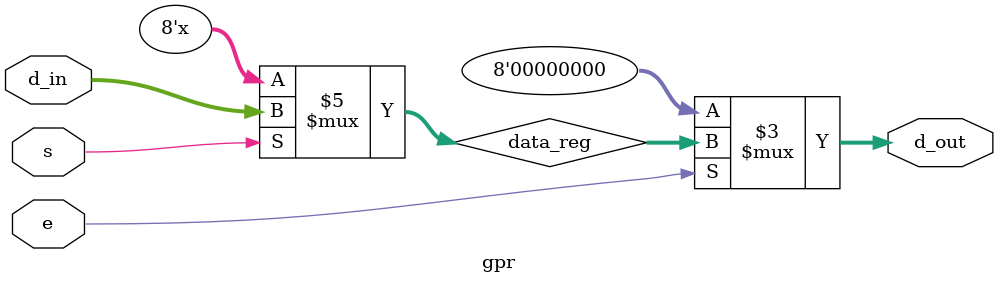
<source format=v>

`timescale 1ns / 1ps
module gpr(
	input s,								// set
	input e,								// enable
	input [7:0] d_in,						// data in
	output [7:0] d_out						// data out
	);
	
	reg [7:0] data_reg = 8'h00;
	
	always @(*)
		if(s == 1'b1)
			data_reg <= d_in;
			
	assign d_out = e ? data_reg : 8'h00;
	
endmodule
</source>
